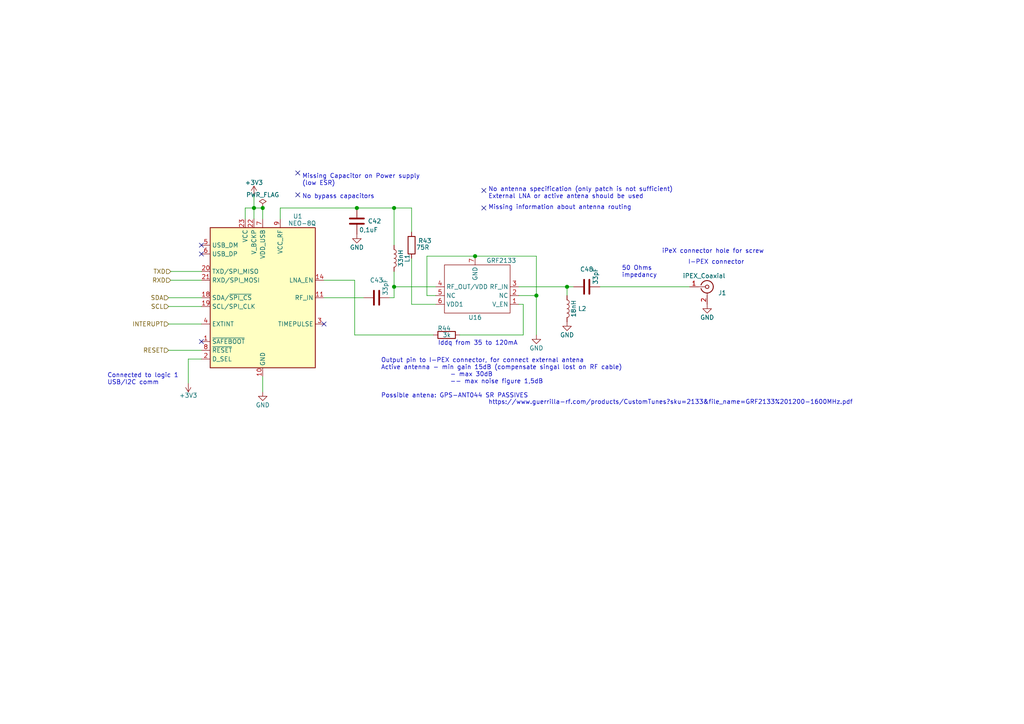
<source format=kicad_sch>
(kicad_sch (version 20210621) (generator eeschema)
  (paper "A4")
  (title_block (title "BUTCube - communication module") (date "2021-11-18") (rev "v0.2") (company "VUT - FIT(STRaDe) & FME(IAE & IPE)") (comment 1 "Author: Štěpán Rydlo"))
  (lib_symbols
    (symbol "Connector:Conn_Coaxial" (pin_names (offset 1.016) hide)
      (property "Reference" "J" (at 0.254 3.048 0))
      (property "Value" "Conn_Coaxial" (at 2.921 0 90))
      (symbol "Conn_Coaxial_0_1"
        (arc (start -1.778 0.508) (end 1.778 0) (radius (at -0.0508 0) (length 1.8034) (angles 163.6 0)) (stroke (width 0.254)))
        (arc (start 1.778 0) (end -1.778 -0.508) (radius (at -0.0254 0) (length 1.8034) (angles 0 -163.8)) (stroke (width 0.254)))
        (circle (center 0 0) (radius 0.508) (stroke (width 0.2032)))
        (polyline (pts (xy -2.54 0) (xy -0.508 0)))
        (polyline (pts (xy 0 -2.54) (xy 0 -1.778)))
      )
      (symbol "Conn_Coaxial_1_1"
        (pin passive line (at -5.08 0 0) (length 2.54) (name "In") (number "1"))
        (pin passive line (at 0 -5.08 90) (length 2.54) (name "Ext") (number "2"))
      )
    )
    (symbol "Device:C" (pin_numbers hide) (pin_names (offset 0.254))
      (property "Reference" "C" (at 0.635 2.54 0))
      (property "Value" "C" (at 0.635 -2.54 0))
      (symbol "C_0_1"
        (polyline (pts (xy -2.032 -0.762) (xy 2.032 -0.762)) (stroke (width 0.508)))
        (polyline (pts (xy -2.032 0.762) (xy 2.032 0.762)) (stroke (width 0.508)))
      )
      (symbol "C_1_1"
        (pin passive line (at 0 3.81 270) (length 2.794) (name "~") (number "1"))
        (pin passive line (at 0 -3.81 90) (length 2.794) (name "~") (number "2"))
      )
    )
    (symbol "Device:L" (pin_numbers hide) (pin_names (offset 1.016) hide)
      (property "Reference" "L" (at -1.27 0 90))
      (property "Value" "L" (at 1.905 0 90))
      (symbol "L_0_1"
        (arc (start 0 -2.54) (end 0 -1.27) (radius (at 0 -1.905) (length 0.635) (angles -89.9 89.9)))
        (arc (start 0 -1.27) (end 0 0) (radius (at 0 -0.635) (length 0.635) (angles -89.9 89.9)))
        (arc (start 0 0) (end 0 1.27) (radius (at 0 0.635) (length 0.635) (angles -89.9 89.9)))
        (arc (start 0 1.27) (end 0 2.54) (radius (at 0 1.905) (length 0.635) (angles -89.9 89.9)))
      )
      (symbol "L_1_1"
        (pin passive line (at 0 3.81 270) (length 1.27) (name "1") (number "1"))
        (pin passive line (at 0 -3.81 90) (length 1.27) (name "2") (number "2"))
      )
    )
    (symbol "Device:R" (pin_numbers hide) (pin_names (offset 0))
      (property "Reference" "R" (at 2.032 0 90))
      (property "Value" "R" (at 0 0 90))
      (symbol "R_0_1"
        (rectangle (start -1.016 -2.54) (end 1.016 2.54) (stroke (width 0.254)))
      )
      (symbol "R_1_1"
        (pin passive line (at 0 3.81 270) (length 1.27) (name "~") (number "1"))
        (pin passive line (at 0 -3.81 90) (length 1.27) (name "~") (number "2"))
      )
    )
    (symbol "RF_GPS:NEO-8Q"
      (property "Reference" "U" (at -13.97 21.59 0))
      (property "Value" "NEO-8Q" (at 11.43 21.59 0))
      (symbol "NEO-8Q_0_1"
        (rectangle (start -15.24 20.32) (end 15.24 -20.32) (stroke (width 0.254)) (fill (type background)))
      )
      (symbol "NEO-8Q_1_1"
        (pin input line (at -17.78 -12.7 0) (length 2.54) (name "~{SAFEBOOT}") (number "1"))
        (pin power_in line (at 0 -22.86 90) (length 2.54) (name "GND") (number "10"))
        (pin input line (at 17.78 0 180) (length 2.54) (name "RF_IN") (number "11"))
        (pin passive line (at 0 -22.86 90) (length 2.54) hide (name "GND") (number "12"))
        (pin passive line (at 0 -22.86 90) (length 2.54) hide (name "GND") (number "13"))
        (pin output line (at 17.78 5.08 180) (length 2.54) (name "LNA_EN") (number "14"))
        (pin no_connect line (at 15.24 -10.16 180) (length 2.54) hide (name "RESERVED") (number "15"))
        (pin no_connect line (at 15.24 -12.7 180) (length 2.54) hide (name "RESERVED") (number "16"))
        (pin no_connect line (at 15.24 -15.24 180) (length 2.54) hide (name "RESERVED") (number "17"))
        (pin bidirectional line (at -17.78 0 0) (length 2.54) (name "SDA/~{SPI_CS}") (number "18"))
        (pin input line (at -17.78 -2.54 0) (length 2.54) (name "SCL/SPI_CLK") (number "19"))
        (pin input line (at -17.78 -17.78 0) (length 2.54) (name "D_SEL") (number "2"))
        (pin output line (at -17.78 7.62 0) (length 2.54) (name "TXD/SPI_MISO") (number "20"))
        (pin input line (at -17.78 5.08 0) (length 2.54) (name "RXD/SPI_MOSI") (number "21"))
        (pin power_in line (at -2.54 22.86 270) (length 2.54) (name "V_BCKP") (number "22"))
        (pin power_in line (at -5.08 22.86 270) (length 2.54) (name "VCC") (number "23"))
        (pin passive line (at 0 -22.86 90) (length 2.54) hide (name "GND") (number "24"))
        (pin output line (at 17.78 -7.62 180) (length 2.54) (name "TIMEPULSE") (number "3"))
        (pin input line (at -17.78 -7.62 0) (length 2.54) (name "EXTINT") (number "4"))
        (pin bidirectional line (at -17.78 15.24 0) (length 2.54) (name "USB_DM") (number "5"))
        (pin bidirectional line (at -17.78 12.7 0) (length 2.54) (name "USB_DP") (number "6"))
        (pin power_in line (at 0 22.86 270) (length 2.54) (name "VDD_USB") (number "7"))
        (pin input line (at -17.78 -15.24 0) (length 2.54) (name "~{RESET}") (number "8"))
        (pin power_out line (at 5.08 22.86 270) (length 2.54) (name "VCC_RF") (number "9"))
      )
    )
    (symbol "comm:GRF2133"
      (property "Reference" "U" (at 0 6.35 0))
      (property "Value" "GRF2133" (at 0 3.81 0))
      (symbol "GRF2133_0_1"
        (rectangle (start -10.16 2.54) (end 8.89 -11.43) (stroke (width 0.1524)))
      )
      (symbol "GRF2133_1_1"
        (pin input line (at -12.7 0 0) (length 2.54) (name "V_EN") (number "1"))
        (pin input line (at -12.7 -2.54 0) (length 2.54) (name "NC") (number "2"))
        (pin input line (at -12.7 -5.08 0) (length 2.54) (name "RF_IN") (number "3"))
        (pin input line (at 11.43 -5.08 180) (length 2.54) (name "RF_OUT/VDD") (number "4"))
        (pin input line (at 11.43 -2.54 180) (length 2.54) (name "NC") (number "5"))
        (pin input line (at 11.43 0 180) (length 2.54) (name "VDD1") (number "6"))
        (pin input line (at 0 -13.97 90) (length 2.54) (name "GND") (number "7"))
      )
    )
    (symbol "power:+3V3" (power) (pin_names (offset 0))
      (property "Value" "+3V3" (at 0 3.556 0))
      (symbol "+3V3_0_1"
        (polyline (pts (xy -0.762 1.27) (xy 0 2.54)))
        (polyline (pts (xy 0 0) (xy 0 2.54)))
        (polyline (pts (xy 0 2.54) (xy 0.762 1.27)))
      )
      (symbol "+3V3_1_1"
        (pin power_in line (at 0 0 90) (length 0) hide (name "+3V3") (number "1"))
      )
    )
    (symbol "power:GND" (power) (pin_names (offset 0))
      (property "Value" "GND" (at 0 -3.81 0))
      (symbol "GND_0_1"
        (polyline (pts (xy 0 0) (xy 0 -1.27) (xy 1.27 -1.27) (xy 0 -2.54) (xy -1.27 -1.27) (xy 0 -1.27)))
      )
      (symbol "GND_1_1"
        (pin power_in line (at 0 0 270) (length 0) hide (name "GND") (number "1"))
      )
    )
    (symbol "power:PWR_FLAG" (power) (pin_numbers hide) (pin_names (offset 0) hide)
      (property "Value" "PWR_FLAG" (at 0 3.81 0))
      (symbol "PWR_FLAG_0_0"
        (pin power_out line (at 0 0 90) (length 0) (name "pwr") (number "1"))
      )
      (symbol "PWR_FLAG_0_1"
        (polyline (pts (xy 0 0) (xy 0 1.27) (xy -1.016 1.905) (xy 0 2.54) (xy 1.016 1.905) (xy 0 1.27)))
      )
    )
  )
  (junction (at 73.66 60.325) (diameter 1.016))
  (junction (at 76.2 60.325) (diameter 1.016))
  (junction (at 103.505 60.325) (diameter 1.016))
  (junction (at 114.3 60.325) (diameter 1.016))
  (junction (at 114.3 83.185) (diameter 1.016))
  (junction (at 137.795 74.295) (diameter 1.016))
  (junction (at 155.575 85.725) (diameter 1.016))
  (junction (at 164.465 83.185) (diameter 1.016))
  (no_connect (at 58.42 71.12))
  (no_connect (at 58.42 73.66))
  (no_connect (at 58.42 99.06))
  (no_connect (at 86.36 50.165))
  (no_connect (at 86.36 56.515))
  (no_connect (at 93.98 93.98))
  (no_connect (at 140.335 55.245))
  (no_connect (at 140.335 60.325))
  (wire (pts (xy 48.895 86.36) (xy 58.42 86.36)))
  (wire (pts (xy 48.895 88.9) (xy 58.42 88.9)))
  (wire (pts (xy 48.895 93.98) (xy 58.42 93.98)))
  (wire (pts (xy 48.895 101.6) (xy 58.42 101.6)))
  (wire (pts (xy 49.53 78.74) (xy 58.42 78.74)))
  (wire (pts (xy 49.53 81.28) (xy 58.42 81.28)))
  (wire (pts (xy 54.61 104.14) (xy 54.61 111.125)))
  (wire (pts (xy 58.42 104.14) (xy 54.61 104.14)))
  (wire (pts (xy 71.12 60.325) (xy 73.66 60.325)))
  (wire (pts (xy 71.12 63.5) (xy 71.12 60.325)))
  (wire (pts (xy 73.66 56.515) (xy 73.66 60.325)))
  (wire (pts (xy 73.66 60.325) (xy 73.66 63.5)))
  (wire (pts (xy 76.2 60.325) (xy 73.66 60.325)))
  (wire (pts (xy 76.2 63.5) (xy 76.2 60.325)))
  (wire (pts (xy 76.2 109.22) (xy 76.2 113.665)))
  (wire (pts (xy 81.28 60.325) (xy 103.505 60.325)))
  (wire (pts (xy 81.28 63.5) (xy 81.28 60.325)))
  (wire (pts (xy 93.98 81.28) (xy 102.87 81.28)))
  (wire (pts (xy 93.98 86.36) (xy 105.41 86.36)))
  (wire (pts (xy 102.87 81.28) (xy 102.87 97.155)))
  (wire (pts (xy 102.87 97.155) (xy 125.73 97.155)))
  (wire (pts (xy 103.505 60.325) (xy 114.3 60.325)))
  (wire (pts (xy 113.03 86.36) (xy 114.3 86.36)))
  (wire (pts (xy 114.3 60.325) (xy 114.3 71.12)))
  (wire (pts (xy 114.3 60.325) (xy 119.38 60.325)))
  (wire (pts (xy 114.3 78.74) (xy 114.3 83.185)))
  (wire (pts (xy 114.3 83.185) (xy 126.365 83.185)))
  (wire (pts (xy 114.3 86.36) (xy 114.3 83.185)))
  (wire (pts (xy 119.38 67.31) (xy 119.38 60.325)))
  (wire (pts (xy 119.38 74.93) (xy 119.38 88.265)))
  (wire (pts (xy 119.38 88.265) (xy 126.365 88.265)))
  (wire (pts (xy 123.825 74.295) (xy 137.795 74.295)))
  (wire (pts (xy 123.825 85.725) (xy 123.825 74.295)))
  (wire (pts (xy 126.365 85.725) (xy 123.825 85.725)))
  (wire (pts (xy 133.35 97.155) (xy 151.765 97.155)))
  (wire (pts (xy 150.495 83.185) (xy 164.465 83.185)))
  (wire (pts (xy 150.495 85.725) (xy 155.575 85.725)))
  (wire (pts (xy 150.495 88.265) (xy 151.765 88.265)))
  (wire (pts (xy 151.765 88.265) (xy 151.765 97.155)))
  (wire (pts (xy 155.575 74.295) (xy 137.795 74.295)))
  (wire (pts (xy 155.575 85.725) (xy 155.575 74.295)))
  (wire (pts (xy 155.575 85.725) (xy 155.575 97.155)))
  (wire (pts (xy 164.465 83.185) (xy 164.465 85.725)))
  (wire (pts (xy 164.465 83.185) (xy 166.37 83.185)))
  (wire (pts (xy 173.99 83.185) (xy 200.025 83.185)))
  (text "Connected to logic 1 \nUSB/I2C comm\n" (at 31.115 111.76 0) (effects (font (size 1.27 1.27)) (justify left bottom)))
  (text "Missing Capacitor on Power supply\n(low ESR)" (at 87.63 53.975 0) (effects (font (size 1.27 1.27)) (justify left bottom)))
  (text "No bypass capacitors" (at 87.63 57.785 0) (effects (font (size 1.27 1.27)) (justify left bottom)))
  (text "Output pin to I-PEX connector, for connect external antena\nActive antenna - min gain 15dB (compensate singal lost on RF cable)\n				- max 30dB\n				-- max noise figure 1,5dB\n\nPossible antena: GPS-ANT044 SR PASSIVES\n" (at 110.49 115.57 0) (effects (font (size 1.27 1.27)) (justify left bottom)))
  (text "Iddq from 35 to 120mA" (at 127 100.33 0) (effects (font (size 1.27 1.27)) (justify left bottom)))
  (text "No antenna specification (only patch is not sufficient)\nExternal LNA or active antena should be used" (at 141.605 57.785 0) (effects (font (size 1.27 1.27)) (justify left bottom)))
  (text "Missing information about antenna routing" (at 141.605 60.96 0) (effects (font (size 1.27 1.27)) (justify left bottom)))
  (text "https://www.guerrilla-rf.com/products/CustomTunes?sku=2133&file_name=GRF2133%201200-1600MHz.pdf" (at 141.605 117.475 0) (effects (font (size 1.27 1.27)) (justify left bottom)))
  (text "50 Ohms\nimpedancy\n" (at 180.34 80.645 0) (effects (font (size 1.27 1.27)) (justify left bottom)))
  (text "I-PEX connector\n" (at 215.9 76.835 180) (effects (font (size 1.27 1.27)) (justify right bottom)))
  (text "iPeX connector hole for screw\n" (at 221.615 73.66 180) (effects (font (size 1.27 1.27)) (justify right bottom)))
  (hierarchical_label "SDA" (shape input) (at 48.895 86.36 180))
  (hierarchical_label "SCL" (shape input) (at 48.895 88.9 180))
  (hierarchical_label "INTERUPT" (shape input) (at 48.895 93.98 180))
  (hierarchical_label "RESET" (shape input) (at 48.895 101.6 180))
  (hierarchical_label "TXD" (shape input) (at 49.53 78.74 180))
  (hierarchical_label "RXD" (shape input) (at 49.53 81.28 180))
  (symbol (lib_id "power:+3V3") (at 54.61 111.125 180) (unit 1)
    (property "Reference" "#PWR0136" (effects hide))
    (property "Value" "+3V3" (at 54.61 114.681 0))
  )
  (symbol (lib_id "power:+3V3") (at 73.66 56.515 0) (unit 1)
    (property "Reference" "#PWR0152" (effects hide))
    (property "Value" "+3V3" (at 73.66 52.959 0))
  )
  (symbol (lib_id "power:PWR_FLAG") (at 76.2 60.325 0) (unit 1)
    (property "Reference" "#FLG0111" (effects hide))
    (property "Value" "PWR_FLAG" (at 76.2 56.515 0))
  )
  (symbol (lib_id "power:GND") (at 76.2 113.665 0) (unit 1)
    (property "Reference" "#PWR0108" (effects hide))
    (property "Value" "GND" (at 76.2 117.475 0))
  )
  (symbol (lib_id "power:GND") (at 103.505 67.945 0) (unit 1)
    (property "Reference" "#PWR0151" (effects hide))
    (property "Value" "GND" (at 103.505 71.755 0))
  )
  (symbol (lib_id "power:GND") (at 155.575 97.155 0) (unit 1)
    (property "Reference" "#PWR0149" (effects hide))
    (property "Value" "GND" (at 155.575 100.965 0))
  )
  (symbol (lib_id "power:GND") (at 164.465 93.345 0) (unit 1)
    (property "Reference" "#PWR0150" (effects hide))
    (property "Value" "GND" (at 164.465 97.155 0))
  )
  (symbol (lib_id "power:GND") (at 205.105 88.265 0) (unit 1)
    (property "Reference" "#PWR0105" (effects hide))
    (property "Value" "GND" (at 205.105 92.075 0))
  )
  (symbol (lib_id "Device:L") (at 114.3 74.93 0) (unit 1)
    (property "Reference" "L1" (at 118.11 74.93 90))
    (property "Value" "33nH" (at 116.205 74.93 90))
  )
  (symbol (lib_id "Device:L") (at 164.465 89.535 0) (unit 1)
    (property "Reference" "L2" (at 167.64 89.5349 0) (effects (justify left)))
    (property "Value" "18nH" (at 166.37 89.535 90))
  )
  (symbol (lib_id "Device:R") (at 119.38 71.12 0) (unit 1)
    (property "Reference" "R43" (at 121.285 69.8499 0) (effects (justify left)))
    (property "Value" "75R" (at 120.65 71.7549 0) (effects (justify left)))
    (property "Footprint" "Resistor_SMD:R_0603_1608Metric" (effects hide))
  )
  (symbol (lib_id "Device:R") (at 129.54 97.155 90) (unit 1)
    (property "Reference" "R44" (at 130.8099 95.25 90) (effects (justify left)))
    (property "Value" "3k" (at 130.8099 97.155 90) (effects (justify left)))
    (property "Footprint" "Resistor_SMD:R_0603_1608Metric" (effects hide))
  )
  (symbol (lib_id "Device:C") (at 103.505 64.135 0) (unit 1)
    (property "Reference" "C42" (at 106.68 64.1349 0) (effects (justify left)))
    (property "Value" "0,1uF" (at 104.14 66.675 0) (effects (justify left)))
    (property "Footprint" "Capacitor_SMD:C_0603_1608Metric" (effects hide))
  )
  (symbol (lib_id "Device:C") (at 109.22 86.36 90) (unit 1)
    (property "Reference" "C43" (at 109.22 81.28 90))
    (property "Value" "33pF" (at 111.76 85.725 0) (effects (justify left)))
    (property "Footprint" "Capacitor_SMD:C_0603_1608Metric" (effects hide))
  )
  (symbol (lib_id "Device:C") (at 170.18 83.185 90) (unit 1)
    (property "Reference" "C48" (at 170.18 78.105 90))
    (property "Value" "33pF" (at 172.72 82.55 0) (effects (justify left)))
    (property "Footprint" "Capacitor_SMD:C_0603_1608Metric" (effects hide))
  )
  (symbol (lib_id "Connector:Conn_Coaxial") (at 205.105 83.185 0) (unit 1)
    (property "Reference" "J1" (at 208.28 84.9504 0) (effects (justify left)))
    (property "Value" "iPEX_Coaxial" (at 204.216 80.01 0))
    (property "Datasheet" " ~" (effects hide))
  )
  (symbol (lib_id "comm:GRF2133") (at 137.795 88.265 180) (unit 1)
    (property "Reference" "U16" (at 137.795 92.075 0))
    (property "Value" "GRF2133" (at 145.415 75.565 0))
  )
  (symbol (lib_id "RF_GPS:NEO-8Q") (at 76.2 86.36 0) (unit 1)
    (property "Reference" "U1" (at 86.36 62.7286 0))
    (property "Value" "NEO-8Q" (at 87.63 64.77 0))
    (property "Footprint" "RF_GPS:ublox_NEO" (effects hide))
    (property "Datasheet" "https://www.u-blox.com/sites/default/files/NEO-8Q_DataSheet_%28UBX-15031913%29.pdf" (effects hide))
  )
)
</source>
